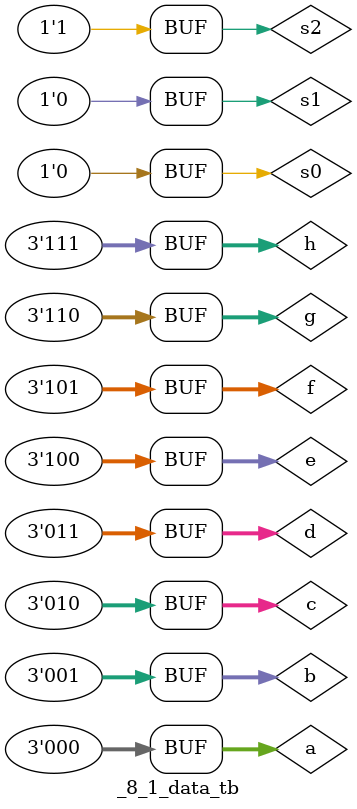
<source format=v>
module _8_1_data(input [2:0] a,b,c,d,e,f,g,h,s0,s1,s2,output [2:0] y);
  assign y=s2?(s1?(s0?h:g):(s0?f:e)):(s1?(s0?d:c):(s0?b:a));
endmodule 

//test bench file 
module _8_1_data_tb;
  reg [2:0]a,b,c,d,e,f,g,h;
  reg s0,s1,s2;
  wire [2:0]y;
  _8_1_data uut(a,b,c,d,e,f,g,h,s0,s1,s2,y);
 
  initial 
    begin 
      $monitor("time=%0t s0=%b s1=%b s2=%b y=%b ",$time,s0,s1,s2,y);
       a=3'b000;b=3'b001;c=3'b0010;d=3'b0011;e=3'b100;f=3'b101;g=3'b110;h=3'b111;

       #3 s2=1;s1=1;s0=1;
       #3 s2=1;s1=0;s0=1;
       #3 s2=1; s1=0;s0=0;
    end
endmodule 

</source>
